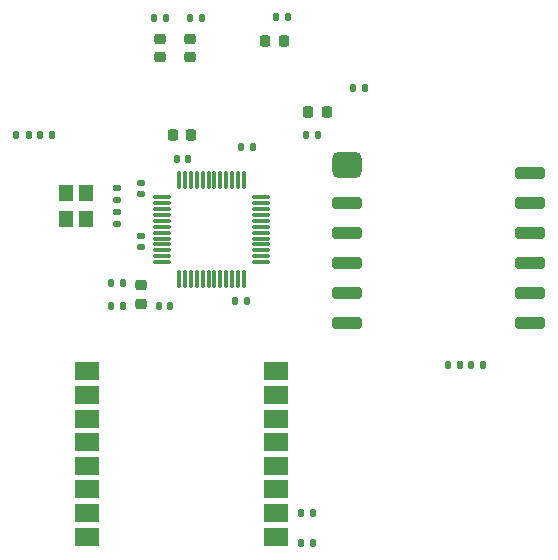
<source format=gbr>
%TF.GenerationSoftware,KiCad,Pcbnew,(6.0.6)*%
%TF.CreationDate,2023-12-09T00:08:52+03:00*%
%TF.ProjectId,MainAvionic-Kicad,4d61696e-4176-4696-9f6e-69632d4b6963,rev?*%
%TF.SameCoordinates,Original*%
%TF.FileFunction,Paste,Top*%
%TF.FilePolarity,Positive*%
%FSLAX46Y46*%
G04 Gerber Fmt 4.6, Leading zero omitted, Abs format (unit mm)*
G04 Created by KiCad (PCBNEW (6.0.6)) date 2023-12-09 00:08:52*
%MOMM*%
%LPD*%
G01*
G04 APERTURE LIST*
G04 Aperture macros list*
%AMRoundRect*
0 Rectangle with rounded corners*
0 $1 Rounding radius*
0 $2 $3 $4 $5 $6 $7 $8 $9 X,Y pos of 4 corners*
0 Add a 4 corners polygon primitive as box body*
4,1,4,$2,$3,$4,$5,$6,$7,$8,$9,$2,$3,0*
0 Add four circle primitives for the rounded corners*
1,1,$1+$1,$2,$3*
1,1,$1+$1,$4,$5*
1,1,$1+$1,$6,$7*
1,1,$1+$1,$8,$9*
0 Add four rect primitives between the rounded corners*
20,1,$1+$1,$2,$3,$4,$5,0*
20,1,$1+$1,$4,$5,$6,$7,0*
20,1,$1+$1,$6,$7,$8,$9,0*
20,1,$1+$1,$8,$9,$2,$3,0*%
G04 Aperture macros list end*
%ADD10RoundRect,0.140000X-0.140000X-0.170000X0.140000X-0.170000X0.140000X0.170000X-0.140000X0.170000X0*%
%ADD11RoundRect,0.218750X0.256250X-0.218750X0.256250X0.218750X-0.256250X0.218750X-0.256250X-0.218750X0*%
%ADD12RoundRect,0.218750X0.218750X0.256250X-0.218750X0.256250X-0.218750X-0.256250X0.218750X-0.256250X0*%
%ADD13RoundRect,0.140000X0.140000X0.170000X-0.140000X0.170000X-0.140000X-0.170000X0.140000X-0.170000X0*%
%ADD14RoundRect,0.075000X-0.662500X-0.075000X0.662500X-0.075000X0.662500X0.075000X-0.662500X0.075000X0*%
%ADD15RoundRect,0.075000X-0.075000X-0.662500X0.075000X-0.662500X0.075000X0.662500X-0.075000X0.662500X0*%
%ADD16R,2.000000X1.500000*%
%ADD17RoundRect,0.135000X0.135000X0.185000X-0.135000X0.185000X-0.135000X-0.185000X0.135000X-0.185000X0*%
%ADD18RoundRect,0.140000X0.170000X-0.140000X0.170000X0.140000X-0.170000X0.140000X-0.170000X-0.140000X0*%
%ADD19RoundRect,0.562500X-0.687500X0.562500X-0.687500X-0.562500X0.687500X-0.562500X0.687500X0.562500X0*%
%ADD20RoundRect,0.250000X-1.000000X0.250000X-1.000000X-0.250000X1.000000X-0.250000X1.000000X0.250000X0*%
%ADD21RoundRect,0.135000X-0.135000X-0.185000X0.135000X-0.185000X0.135000X0.185000X-0.135000X0.185000X0*%
%ADD22RoundRect,0.218750X-0.256250X0.218750X-0.256250X-0.218750X0.256250X-0.218750X0.256250X0.218750X0*%
%ADD23R,1.200000X1.400000*%
%ADD24RoundRect,0.225000X-0.225000X-0.250000X0.225000X-0.250000X0.225000X0.250000X-0.225000X0.250000X0*%
G04 APERTURE END LIST*
D10*
%TO.C,C12*%
X102120000Y-110490000D03*
X103080000Y-110490000D03*
%TD*%
D11*
%TO.C,D6*%
X92710000Y-71907500D03*
X92710000Y-70332500D03*
%TD*%
D12*
%TO.C,D3*%
X104287500Y-76500000D03*
X102712500Y-76500000D03*
%TD*%
D13*
%TO.C,C9*%
X86980000Y-93000000D03*
X86020000Y-93000000D03*
%TD*%
D14*
%TO.C,U1*%
X90337500Y-83750000D03*
X90337500Y-84250000D03*
X90337500Y-84750000D03*
X90337500Y-85250000D03*
X90337500Y-85750000D03*
X90337500Y-86250000D03*
X90337500Y-86750000D03*
X90337500Y-87250000D03*
X90337500Y-87750000D03*
X90337500Y-88250000D03*
X90337500Y-88750000D03*
X90337500Y-89250000D03*
D15*
X91750000Y-90662500D03*
X92250000Y-90662500D03*
X92750000Y-90662500D03*
X93250000Y-90662500D03*
X93750000Y-90662500D03*
X94250000Y-90662500D03*
X94750000Y-90662500D03*
X95250000Y-90662500D03*
X95750000Y-90662500D03*
X96250000Y-90662500D03*
X96750000Y-90662500D03*
X97250000Y-90662500D03*
D14*
X98662500Y-89250000D03*
X98662500Y-88750000D03*
X98662500Y-88250000D03*
X98662500Y-87750000D03*
X98662500Y-87250000D03*
X98662500Y-86750000D03*
X98662500Y-86250000D03*
X98662500Y-85750000D03*
X98662500Y-85250000D03*
X98662500Y-84750000D03*
X98662500Y-84250000D03*
X98662500Y-83750000D03*
D15*
X97250000Y-82337500D03*
X96750000Y-82337500D03*
X96250000Y-82337500D03*
X95750000Y-82337500D03*
X95250000Y-82337500D03*
X94750000Y-82337500D03*
X94250000Y-82337500D03*
X93750000Y-82337500D03*
X93250000Y-82337500D03*
X92750000Y-82337500D03*
X92250000Y-82337500D03*
X91750000Y-82337500D03*
%TD*%
D16*
%TO.C,U2*%
X100000000Y-112500000D03*
X100000000Y-110500000D03*
X100000000Y-108500000D03*
X100000000Y-106500000D03*
X100000000Y-104500000D03*
X100000000Y-102500000D03*
X100000000Y-100500000D03*
X100000000Y-98500000D03*
X84000000Y-98500000D03*
X84000000Y-100500000D03*
X84000000Y-102500000D03*
X84000000Y-104500000D03*
X84000000Y-106500000D03*
X84000000Y-108500000D03*
X84000000Y-110500000D03*
X84000000Y-112500000D03*
%TD*%
D17*
%TO.C,R5*%
X90680000Y-68580000D03*
X89660000Y-68580000D03*
%TD*%
D18*
%TO.C,C2*%
X86500000Y-83960000D03*
X86500000Y-83000000D03*
%TD*%
%TO.C,C7*%
X88500000Y-83480000D03*
X88500000Y-82520000D03*
%TD*%
D13*
%TO.C,C6*%
X86980000Y-91000000D03*
X86020000Y-91000000D03*
%TD*%
D19*
%TO.C,U3*%
X106000000Y-81000000D03*
D20*
X106000000Y-84215000D03*
X106000000Y-86755000D03*
X106000000Y-89295000D03*
X106000000Y-91835000D03*
X106000000Y-94375000D03*
X121500000Y-94375000D03*
X121500000Y-91835000D03*
X121500000Y-89295000D03*
X121500000Y-86755000D03*
X121500000Y-84215000D03*
X121500000Y-81675000D03*
%TD*%
D17*
%TO.C,R7*%
X81010000Y-78500000D03*
X79990000Y-78500000D03*
%TD*%
D10*
%TO.C,C4*%
X102120000Y-113030000D03*
X103080000Y-113030000D03*
%TD*%
D21*
%TO.C,R2*%
X99990000Y-68500000D03*
X101010000Y-68500000D03*
%TD*%
D10*
%TO.C,C8*%
X91540000Y-80500000D03*
X92500000Y-80500000D03*
%TD*%
D11*
%TO.C,D5*%
X90170000Y-71907500D03*
X90170000Y-70332500D03*
%TD*%
D12*
%TO.C,D2*%
X100635000Y-70500000D03*
X99060000Y-70500000D03*
%TD*%
D17*
%TO.C,R10*%
X103520000Y-78500000D03*
X102500000Y-78500000D03*
%TD*%
D21*
%TO.C,R9*%
X114490000Y-98000000D03*
X115510000Y-98000000D03*
%TD*%
%TO.C,R4*%
X96990000Y-79500000D03*
X98010000Y-79500000D03*
%TD*%
D22*
%TO.C,FB1*%
X88500000Y-91212500D03*
X88500000Y-92787500D03*
%TD*%
D17*
%TO.C,R8*%
X117510000Y-98000000D03*
X116490000Y-98000000D03*
%TD*%
D18*
%TO.C,C5*%
X86500000Y-85980000D03*
X86500000Y-85020000D03*
%TD*%
D23*
%TO.C,Y1*%
X82150000Y-83400000D03*
X82150000Y-85600000D03*
X83850000Y-85600000D03*
X83850000Y-83400000D03*
%TD*%
D10*
%TO.C,C11*%
X90020000Y-93000000D03*
X90980000Y-93000000D03*
%TD*%
D24*
%TO.C,C1*%
X91225000Y-78500000D03*
X92775000Y-78500000D03*
%TD*%
D21*
%TO.C,R3*%
X77990000Y-78500000D03*
X79010000Y-78500000D03*
%TD*%
%TO.C,R11*%
X106490000Y-74500000D03*
X107510000Y-74500000D03*
%TD*%
%TO.C,R6*%
X92710000Y-68580000D03*
X93730000Y-68580000D03*
%TD*%
D13*
%TO.C,C10*%
X97480000Y-92500000D03*
X96520000Y-92500000D03*
%TD*%
D18*
%TO.C,C3*%
X88500000Y-87980000D03*
X88500000Y-87020000D03*
%TD*%
M02*

</source>
